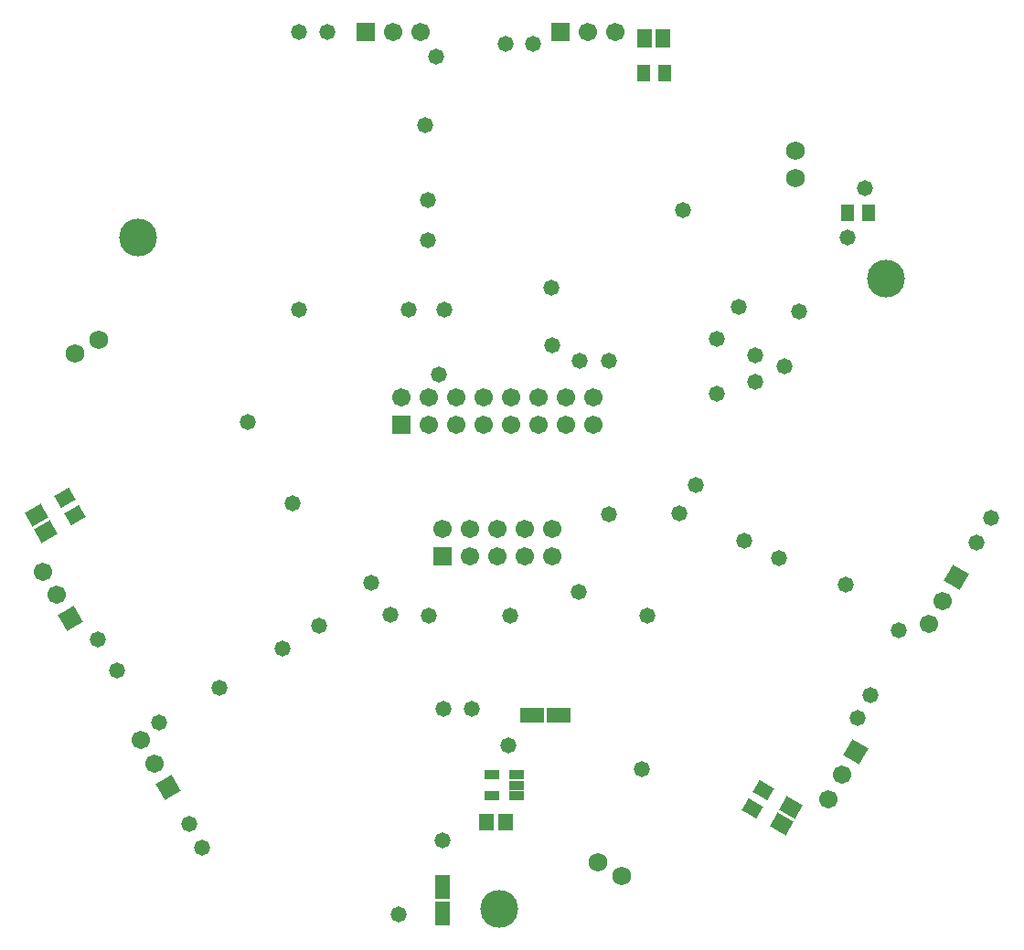
<source format=gbs>
%FSLAX23Y23*%
%MOIN*%
G70*
G01*
G75*
G04 Layer_Color=16711935*
%ADD10R,0.057X0.065*%
G04:AMPARAMS|DCode=11|XSize=14mil|YSize=87mil|CornerRadius=0mil|HoleSize=0mil|Usage=FLASHONLY|Rotation=30.000|XOffset=0mil|YOffset=0mil|HoleType=Round|Shape=Rectangle|*
%AMROTATEDRECTD11*
4,1,4,0.016,-0.041,-0.028,0.034,-0.016,0.041,0.028,-0.034,0.016,-0.041,0.0*
%
%ADD11ROTATEDRECTD11*%

G04:AMPARAMS|DCode=12|XSize=55mil|YSize=47mil|CornerRadius=0mil|HoleSize=0mil|Usage=FLASHONLY|Rotation=210.000|XOffset=0mil|YOffset=0mil|HoleType=Round|Shape=Rectangle|*
%AMROTATEDRECTD12*
4,1,4,0.012,0.034,0.036,-0.007,-0.012,-0.034,-0.036,0.007,0.012,0.034,0.0*
%
%ADD12ROTATEDRECTD12*%

G04:AMPARAMS|DCode=13|XSize=12mil|YSize=35mil|CornerRadius=0mil|HoleSize=0mil|Usage=FLASHONLY|Rotation=30.000|XOffset=0mil|YOffset=0mil|HoleType=Round|Shape=Rectangle|*
%AMROTATEDRECTD13*
4,1,4,0.004,-0.018,-0.014,0.012,-0.004,0.018,0.014,-0.012,0.004,-0.018,0.0*
%
%ADD13ROTATEDRECTD13*%

G04:AMPARAMS|DCode=14|XSize=47mil|YSize=31mil|CornerRadius=0mil|HoleSize=0mil|Usage=FLASHONLY|Rotation=210.000|XOffset=0mil|YOffset=0mil|HoleType=Round|Shape=Rectangle|*
%AMROTATEDRECTD14*
4,1,4,0.013,0.025,0.028,-0.002,-0.013,-0.025,-0.028,0.002,0.013,0.025,0.0*
%
%ADD14ROTATEDRECTD14*%

G04:AMPARAMS|DCode=15|XSize=53mil|YSize=41mil|CornerRadius=0mil|HoleSize=0mil|Usage=FLASHONLY|Rotation=210.000|XOffset=0mil|YOffset=0mil|HoleType=Round|Shape=Rectangle|*
%AMROTATEDRECTD15*
4,1,4,0.013,0.031,0.033,-0.005,-0.013,-0.031,-0.033,0.005,0.013,0.031,0.0*
%
%ADD15ROTATEDRECTD15*%

G04:AMPARAMS|DCode=16|XSize=59mil|YSize=49mil|CornerRadius=0mil|HoleSize=0mil|Usage=FLASHONLY|Rotation=210.000|XOffset=0mil|YOffset=0mil|HoleType=Round|Shape=Rectangle|*
%AMROTATEDRECTD16*
4,1,4,0.013,0.036,0.038,-0.007,-0.013,-0.036,-0.038,0.007,0.013,0.036,0.0*
%
%ADD16ROTATEDRECTD16*%

G04:AMPARAMS|DCode=17|XSize=59mil|YSize=49mil|CornerRadius=0mil|HoleSize=0mil|Usage=FLASHONLY|Rotation=300.000|XOffset=0mil|YOffset=0mil|HoleType=Round|Shape=Rectangle|*
%AMROTATEDRECTD17*
4,1,4,-0.036,0.013,0.007,0.038,0.036,-0.013,-0.007,-0.038,-0.036,0.013,0.0*
%
%ADD17ROTATEDRECTD17*%

%ADD18R,0.055X0.047*%
G04:AMPARAMS|DCode=19|XSize=55mil|YSize=47mil|CornerRadius=0mil|HoleSize=0mil|Usage=FLASHONLY|Rotation=120.000|XOffset=0mil|YOffset=0mil|HoleType=Round|Shape=Rectangle|*
%AMROTATEDRECTD19*
4,1,4,0.034,-0.012,-0.007,-0.036,-0.034,0.012,0.007,0.036,0.034,-0.012,0.0*
%
%ADD19ROTATEDRECTD19*%

G04:AMPARAMS|DCode=20|XSize=55mil|YSize=47mil|CornerRadius=0mil|HoleSize=0mil|Usage=FLASHONLY|Rotation=240.000|XOffset=0mil|YOffset=0mil|HoleType=Round|Shape=Rectangle|*
%AMROTATEDRECTD20*
4,1,4,-0.007,0.036,0.034,0.012,0.007,-0.036,-0.034,-0.012,-0.007,0.036,0.0*
%
%ADD20ROTATEDRECTD20*%

%ADD21R,0.047X0.055*%
G04:AMPARAMS|DCode=22|XSize=55mil|YSize=47mil|CornerRadius=0mil|HoleSize=0mil|Usage=FLASHONLY|Rotation=330.000|XOffset=0mil|YOffset=0mil|HoleType=Round|Shape=Rectangle|*
%AMROTATEDRECTD22*
4,1,4,-0.036,-0.007,-0.012,0.034,0.036,0.007,0.012,-0.034,-0.036,-0.007,0.0*
%
%ADD22ROTATEDRECTD22*%

%ADD23R,0.035X0.012*%
G04:AMPARAMS|DCode=24|XSize=12mil|YSize=35mil|CornerRadius=0mil|HoleSize=0mil|Usage=FLASHONLY|Rotation=150.000|XOffset=0mil|YOffset=0mil|HoleType=Round|Shape=Rectangle|*
%AMROTATEDRECTD24*
4,1,4,0.014,0.012,-0.004,-0.018,-0.014,-0.012,0.004,0.018,0.014,0.012,0.0*
%
%ADD24ROTATEDRECTD24*%

%ADD25R,0.053X0.041*%
G04:AMPARAMS|DCode=26|XSize=53mil|YSize=41mil|CornerRadius=0mil|HoleSize=0mil|Usage=FLASHONLY|Rotation=120.000|XOffset=0mil|YOffset=0mil|HoleType=Round|Shape=Rectangle|*
%AMROTATEDRECTD26*
4,1,4,0.031,-0.013,-0.005,-0.033,-0.031,0.013,0.005,0.033,0.031,-0.013,0.0*
%
%ADD26ROTATEDRECTD26*%

G04:AMPARAMS|DCode=27|XSize=53mil|YSize=41mil|CornerRadius=0mil|HoleSize=0mil|Usage=FLASHONLY|Rotation=240.000|XOffset=0mil|YOffset=0mil|HoleType=Round|Shape=Rectangle|*
%AMROTATEDRECTD27*
4,1,4,-0.005,0.033,0.031,0.013,0.005,-0.033,-0.031,-0.013,-0.005,0.033,0.0*
%
%ADD27ROTATEDRECTD27*%

%ADD28R,0.047X0.031*%
G04:AMPARAMS|DCode=29|XSize=47mil|YSize=31mil|CornerRadius=0mil|HoleSize=0mil|Usage=FLASHONLY|Rotation=300.000|XOffset=0mil|YOffset=0mil|HoleType=Round|Shape=Rectangle|*
%AMROTATEDRECTD29*
4,1,4,-0.025,0.013,0.002,0.028,0.025,-0.013,-0.002,-0.028,-0.025,0.013,0.0*
%
%ADD29ROTATEDRECTD29*%

G04:AMPARAMS|DCode=30|XSize=47mil|YSize=31mil|CornerRadius=0mil|HoleSize=0mil|Usage=FLASHONLY|Rotation=60.000|XOffset=0mil|YOffset=0mil|HoleType=Round|Shape=Rectangle|*
%AMROTATEDRECTD30*
4,1,4,0.002,-0.028,-0.025,-0.013,-0.002,0.028,0.025,0.013,0.002,-0.028,0.0*
%
%ADD30ROTATEDRECTD30*%

%ADD31R,0.059X0.049*%
%ADD32R,0.049X0.059*%
G04:AMPARAMS|DCode=33|XSize=59mil|YSize=49mil|CornerRadius=0mil|HoleSize=0mil|Usage=FLASHONLY|Rotation=60.000|XOffset=0mil|YOffset=0mil|HoleType=Round|Shape=Rectangle|*
%AMROTATEDRECTD33*
4,1,4,0.007,-0.038,-0.036,-0.013,-0.007,0.038,0.036,0.013,0.007,-0.038,0.0*
%
%ADD33ROTATEDRECTD33*%

G04:AMPARAMS|DCode=34|XSize=59mil|YSize=49mil|CornerRadius=0mil|HoleSize=0mil|Usage=FLASHONLY|Rotation=150.000|XOffset=0mil|YOffset=0mil|HoleType=Round|Shape=Rectangle|*
%AMROTATEDRECTD34*
4,1,4,0.038,0.007,0.013,-0.036,-0.038,-0.007,-0.013,0.036,0.038,0.007,0.0*
%
%ADD34ROTATEDRECTD34*%

%ADD35R,0.087X0.014*%
G04:AMPARAMS|DCode=36|XSize=14mil|YSize=87mil|CornerRadius=0mil|HoleSize=0mil|Usage=FLASHONLY|Rotation=150.000|XOffset=0mil|YOffset=0mil|HoleType=Round|Shape=Rectangle|*
%AMROTATEDRECTD36*
4,1,4,0.028,0.034,-0.016,-0.041,-0.028,-0.034,0.016,0.041,0.028,0.034,0.0*
%
%ADD36ROTATEDRECTD36*%

G04:AMPARAMS|DCode=37|XSize=47mil|YSize=31mil|CornerRadius=0mil|HoleSize=0mil|Usage=FLASHONLY|Rotation=330.000|XOffset=0mil|YOffset=0mil|HoleType=Round|Shape=Rectangle|*
%AMROTATEDRECTD37*
4,1,4,-0.028,-0.002,-0.013,0.025,0.028,0.002,0.013,-0.025,-0.028,-0.002,0.0*
%
%ADD37ROTATEDRECTD37*%

G04:AMPARAMS|DCode=38|XSize=53mil|YSize=41mil|CornerRadius=0mil|HoleSize=0mil|Usage=FLASHONLY|Rotation=330.000|XOffset=0mil|YOffset=0mil|HoleType=Round|Shape=Rectangle|*
%AMROTATEDRECTD38*
4,1,4,-0.033,-0.005,-0.013,0.031,0.033,0.005,0.013,-0.031,-0.033,-0.005,0.0*
%
%ADD38ROTATEDRECTD38*%

%ADD39R,0.031X0.047*%
%ADD40R,0.041X0.053*%
%ADD41C,0.010*%
%ADD42C,0.130*%
%ADD43C,0.060*%
%ADD44P,0.084X4X165.0*%
%ADD45C,0.059*%
%ADD46R,0.059X0.059*%
%ADD47P,0.084X4X285.0*%
%ADD48C,0.050*%
%ADD49R,0.045X0.024*%
%ADD50R,0.077X0.049*%
%ADD51R,0.049X0.077*%
%ADD52C,0.024*%
%ADD53C,0.010*%
%ADD54C,0.008*%
%ADD55C,0.008*%
%ADD56R,0.065X0.073*%
G04:AMPARAMS|DCode=57|XSize=22mil|YSize=95mil|CornerRadius=0mil|HoleSize=0mil|Usage=FLASHONLY|Rotation=30.000|XOffset=0mil|YOffset=0mil|HoleType=Round|Shape=Rectangle|*
%AMROTATEDRECTD57*
4,1,4,0.014,-0.046,-0.033,0.036,-0.014,0.046,0.033,-0.036,0.014,-0.046,0.0*
%
%ADD57ROTATEDRECTD57*%

G04:AMPARAMS|DCode=58|XSize=63mil|YSize=55mil|CornerRadius=0mil|HoleSize=0mil|Usage=FLASHONLY|Rotation=210.000|XOffset=0mil|YOffset=0mil|HoleType=Round|Shape=Rectangle|*
%AMROTATEDRECTD58*
4,1,4,0.014,0.040,0.041,-0.008,-0.014,-0.040,-0.041,0.008,0.014,0.040,0.0*
%
%ADD58ROTATEDRECTD58*%

G04:AMPARAMS|DCode=59|XSize=20mil|YSize=43mil|CornerRadius=0mil|HoleSize=0mil|Usage=FLASHONLY|Rotation=30.000|XOffset=0mil|YOffset=0mil|HoleType=Round|Shape=Rectangle|*
%AMROTATEDRECTD59*
4,1,4,0.002,-0.024,-0.019,0.014,-0.002,0.024,0.019,-0.014,0.002,-0.024,0.0*
%
%ADD59ROTATEDRECTD59*%

G04:AMPARAMS|DCode=60|XSize=55mil|YSize=39mil|CornerRadius=0mil|HoleSize=0mil|Usage=FLASHONLY|Rotation=210.000|XOffset=0mil|YOffset=0mil|HoleType=Round|Shape=Rectangle|*
%AMROTATEDRECTD60*
4,1,4,0.014,0.031,0.034,-0.003,-0.014,-0.031,-0.034,0.003,0.014,0.031,0.0*
%
%ADD60ROTATEDRECTD60*%

G04:AMPARAMS|DCode=61|XSize=61mil|YSize=49mil|CornerRadius=0mil|HoleSize=0mil|Usage=FLASHONLY|Rotation=210.000|XOffset=0mil|YOffset=0mil|HoleType=Round|Shape=Rectangle|*
%AMROTATEDRECTD61*
4,1,4,0.014,0.037,0.039,-0.006,-0.014,-0.037,-0.039,0.006,0.014,0.037,0.0*
%
%ADD61ROTATEDRECTD61*%

G04:AMPARAMS|DCode=62|XSize=67mil|YSize=57mil|CornerRadius=0mil|HoleSize=0mil|Usage=FLASHONLY|Rotation=210.000|XOffset=0mil|YOffset=0mil|HoleType=Round|Shape=Rectangle|*
%AMROTATEDRECTD62*
4,1,4,0.015,0.042,0.043,-0.008,-0.015,-0.042,-0.043,0.008,0.015,0.042,0.0*
%
%ADD62ROTATEDRECTD62*%

G04:AMPARAMS|DCode=63|XSize=67mil|YSize=57mil|CornerRadius=0mil|HoleSize=0mil|Usage=FLASHONLY|Rotation=300.000|XOffset=0mil|YOffset=0mil|HoleType=Round|Shape=Rectangle|*
%AMROTATEDRECTD63*
4,1,4,-0.042,0.015,0.008,0.043,0.042,-0.015,-0.008,-0.043,-0.042,0.015,0.0*
%
%ADD63ROTATEDRECTD63*%

%ADD64R,0.063X0.055*%
G04:AMPARAMS|DCode=65|XSize=63mil|YSize=55mil|CornerRadius=0mil|HoleSize=0mil|Usage=FLASHONLY|Rotation=120.000|XOffset=0mil|YOffset=0mil|HoleType=Round|Shape=Rectangle|*
%AMROTATEDRECTD65*
4,1,4,0.040,-0.014,-0.008,-0.041,-0.040,0.014,0.008,0.041,0.040,-0.014,0.0*
%
%ADD65ROTATEDRECTD65*%

G04:AMPARAMS|DCode=66|XSize=63mil|YSize=55mil|CornerRadius=0mil|HoleSize=0mil|Usage=FLASHONLY|Rotation=240.000|XOffset=0mil|YOffset=0mil|HoleType=Round|Shape=Rectangle|*
%AMROTATEDRECTD66*
4,1,4,-0.008,0.041,0.040,0.014,0.008,-0.041,-0.040,-0.014,-0.008,0.041,0.0*
%
%ADD66ROTATEDRECTD66*%

%ADD67R,0.055X0.063*%
G04:AMPARAMS|DCode=68|XSize=63mil|YSize=55mil|CornerRadius=0mil|HoleSize=0mil|Usage=FLASHONLY|Rotation=330.000|XOffset=0mil|YOffset=0mil|HoleType=Round|Shape=Rectangle|*
%AMROTATEDRECTD68*
4,1,4,-0.041,-0.008,-0.014,0.040,0.041,0.008,0.014,-0.040,-0.041,-0.008,0.0*
%
%ADD68ROTATEDRECTD68*%

%ADD69R,0.043X0.020*%
G04:AMPARAMS|DCode=70|XSize=20mil|YSize=43mil|CornerRadius=0mil|HoleSize=0mil|Usage=FLASHONLY|Rotation=150.000|XOffset=0mil|YOffset=0mil|HoleType=Round|Shape=Rectangle|*
%AMROTATEDRECTD70*
4,1,4,0.019,0.014,-0.002,-0.024,-0.019,-0.014,0.002,0.024,0.019,0.014,0.0*
%
%ADD70ROTATEDRECTD70*%

%ADD71R,0.061X0.049*%
G04:AMPARAMS|DCode=72|XSize=61mil|YSize=49mil|CornerRadius=0mil|HoleSize=0mil|Usage=FLASHONLY|Rotation=120.000|XOffset=0mil|YOffset=0mil|HoleType=Round|Shape=Rectangle|*
%AMROTATEDRECTD72*
4,1,4,0.037,-0.014,-0.006,-0.039,-0.037,0.014,0.006,0.039,0.037,-0.014,0.0*
%
%ADD72ROTATEDRECTD72*%

G04:AMPARAMS|DCode=73|XSize=61mil|YSize=49mil|CornerRadius=0mil|HoleSize=0mil|Usage=FLASHONLY|Rotation=240.000|XOffset=0mil|YOffset=0mil|HoleType=Round|Shape=Rectangle|*
%AMROTATEDRECTD73*
4,1,4,-0.006,0.039,0.037,0.014,0.006,-0.039,-0.037,-0.014,-0.006,0.039,0.0*
%
%ADD73ROTATEDRECTD73*%

%ADD74R,0.055X0.039*%
G04:AMPARAMS|DCode=75|XSize=55mil|YSize=39mil|CornerRadius=0mil|HoleSize=0mil|Usage=FLASHONLY|Rotation=300.000|XOffset=0mil|YOffset=0mil|HoleType=Round|Shape=Rectangle|*
%AMROTATEDRECTD75*
4,1,4,-0.031,0.014,0.003,0.034,0.031,-0.014,-0.003,-0.034,-0.031,0.014,0.0*
%
%ADD75ROTATEDRECTD75*%

G04:AMPARAMS|DCode=76|XSize=55mil|YSize=39mil|CornerRadius=0mil|HoleSize=0mil|Usage=FLASHONLY|Rotation=60.000|XOffset=0mil|YOffset=0mil|HoleType=Round|Shape=Rectangle|*
%AMROTATEDRECTD76*
4,1,4,0.003,-0.034,-0.031,-0.014,-0.003,0.034,0.031,0.014,0.003,-0.034,0.0*
%
%ADD76ROTATEDRECTD76*%

%ADD77R,0.067X0.057*%
%ADD78R,0.057X0.067*%
G04:AMPARAMS|DCode=79|XSize=67mil|YSize=57mil|CornerRadius=0mil|HoleSize=0mil|Usage=FLASHONLY|Rotation=60.000|XOffset=0mil|YOffset=0mil|HoleType=Round|Shape=Rectangle|*
%AMROTATEDRECTD79*
4,1,4,0.008,-0.043,-0.042,-0.015,-0.008,0.043,0.042,0.015,0.008,-0.043,0.0*
%
%ADD79ROTATEDRECTD79*%

G04:AMPARAMS|DCode=80|XSize=67mil|YSize=57mil|CornerRadius=0mil|HoleSize=0mil|Usage=FLASHONLY|Rotation=150.000|XOffset=0mil|YOffset=0mil|HoleType=Round|Shape=Rectangle|*
%AMROTATEDRECTD80*
4,1,4,0.043,0.008,0.015,-0.042,-0.043,-0.008,-0.015,0.042,0.043,0.008,0.0*
%
%ADD80ROTATEDRECTD80*%

%ADD81R,0.095X0.022*%
G04:AMPARAMS|DCode=82|XSize=22mil|YSize=95mil|CornerRadius=0mil|HoleSize=0mil|Usage=FLASHONLY|Rotation=150.000|XOffset=0mil|YOffset=0mil|HoleType=Round|Shape=Rectangle|*
%AMROTATEDRECTD82*
4,1,4,0.033,0.036,-0.014,-0.046,-0.033,-0.036,0.014,0.046,0.033,0.036,0.0*
%
%ADD82ROTATEDRECTD82*%

G04:AMPARAMS|DCode=83|XSize=55mil|YSize=39mil|CornerRadius=0mil|HoleSize=0mil|Usage=FLASHONLY|Rotation=330.000|XOffset=0mil|YOffset=0mil|HoleType=Round|Shape=Rectangle|*
%AMROTATEDRECTD83*
4,1,4,-0.034,-0.003,-0.014,0.031,0.034,0.003,0.014,-0.031,-0.034,-0.003,0.0*
%
%ADD83ROTATEDRECTD83*%

G04:AMPARAMS|DCode=84|XSize=61mil|YSize=49mil|CornerRadius=0mil|HoleSize=0mil|Usage=FLASHONLY|Rotation=330.000|XOffset=0mil|YOffset=0mil|HoleType=Round|Shape=Rectangle|*
%AMROTATEDRECTD84*
4,1,4,-0.039,-0.006,-0.014,0.037,0.039,0.006,0.014,-0.037,-0.039,-0.006,0.0*
%
%ADD84ROTATEDRECTD84*%

%ADD85R,0.039X0.055*%
%ADD86R,0.049X0.061*%
%ADD87C,0.138*%
%ADD88C,0.068*%
%ADD89P,0.095X4X165.0*%
%ADD90C,0.067*%
%ADD91R,0.067X0.067*%
%ADD92P,0.095X4X285.0*%
%ADD93C,0.058*%
%ADD94R,0.053X0.032*%
%ADD95R,0.085X0.057*%
%ADD96R,0.057X0.085*%
D61*
X9093Y2920D02*
D03*
X9131Y2854D02*
D03*
D62*
X8988Y2855D02*
D03*
X9022Y2795D02*
D03*
D67*
X10630Y1735D02*
D03*
X10700D02*
D03*
D78*
X11206Y4595D02*
D03*
X11274Y4595D02*
D03*
D80*
X11740Y1788D02*
D03*
X11706Y1728D02*
D03*
D84*
X11600Y1784D02*
D03*
X11638Y1851D02*
D03*
D86*
X11202Y4470D02*
D03*
X11278Y4470D02*
D03*
X11947Y3960D02*
D03*
X12023Y3960D02*
D03*
D87*
X10675Y1420D02*
D03*
X12085Y3720D02*
D03*
X9360Y3870D02*
D03*
D88*
X9128Y3445D02*
D03*
X9215Y3495D02*
D03*
X11755Y4185D02*
D03*
X11755Y4085D02*
D03*
X11122Y1540D02*
D03*
X11035Y1590D02*
D03*
D89*
X9469Y1862D02*
D03*
X9114Y2477D02*
D03*
D90*
X9419Y1949D02*
D03*
X9369Y2036D02*
D03*
X10870Y2805D02*
D03*
Y2705D02*
D03*
X10770Y2805D02*
D03*
Y2705D02*
D03*
X10670Y2805D02*
D03*
Y2705D02*
D03*
X10570Y2805D02*
D03*
Y2705D02*
D03*
X10470Y2805D02*
D03*
X10320Y3285D02*
D03*
X10420Y3185D02*
D03*
Y3285D02*
D03*
X10520Y3185D02*
D03*
X10520Y3285D02*
D03*
X10620Y3185D02*
D03*
X10620Y3285D02*
D03*
X10720Y3185D02*
D03*
X10720Y3285D02*
D03*
X10820Y3185D02*
D03*
X10820Y3285D02*
D03*
X10920Y3185D02*
D03*
X10920Y3285D02*
D03*
X11020Y3185D02*
D03*
X11020Y3285D02*
D03*
X11100Y4620D02*
D03*
X11000Y4620D02*
D03*
X10390Y4620D02*
D03*
X10290D02*
D03*
X9014Y2650D02*
D03*
X9064Y2564D02*
D03*
X11875Y1820D02*
D03*
X11925Y1907D02*
D03*
X12243Y2457D02*
D03*
X12293Y2543D02*
D03*
D91*
X10470Y2705D02*
D03*
X10320Y3185D02*
D03*
X10900Y4620D02*
D03*
X10190D02*
D03*
D92*
X11975Y1993D02*
D03*
X12343Y2630D02*
D03*
D93*
X11550Y3615D02*
D03*
X11610Y3440D02*
D03*
X11945Y3870D02*
D03*
X12010Y4050D02*
D03*
X9593Y1642D02*
D03*
X10472Y2149D02*
D03*
X10278Y2491D02*
D03*
X10210Y2608D02*
D03*
X10715Y2490D02*
D03*
X10965Y2575D02*
D03*
X11075Y2860D02*
D03*
X11333Y2861D02*
D03*
X11393Y2964D02*
D03*
X12471Y2844D02*
D03*
X11610Y3341D02*
D03*
X10710Y2015D02*
D03*
X9886Y2369D02*
D03*
X9922Y2898D02*
D03*
X9214Y2403D02*
D03*
X9283Y2289D02*
D03*
X9437Y2098D02*
D03*
X12132Y2434D02*
D03*
X10445Y4530D02*
D03*
X12415Y2755D02*
D03*
X12030Y2198D02*
D03*
X10050Y4620D02*
D03*
X10700Y4575D02*
D03*
X10800D02*
D03*
X11571Y2763D02*
D03*
X11695Y2698D02*
D03*
X10018Y2451D02*
D03*
X11940Y2602D02*
D03*
X9657Y2225D02*
D03*
X10405Y4280D02*
D03*
X10415Y4005D02*
D03*
Y3860D02*
D03*
X10865Y3685D02*
D03*
X10345Y3605D02*
D03*
X10475D02*
D03*
X9546Y1728D02*
D03*
X11983Y2116D02*
D03*
X9945Y4620D02*
D03*
Y3605D02*
D03*
X10470Y1670D02*
D03*
X10420Y2490D02*
D03*
X10310Y1400D02*
D03*
X9760Y3195D02*
D03*
X11470Y3300D02*
D03*
Y3500D02*
D03*
X11075Y3420D02*
D03*
X10970D02*
D03*
X11770Y3600D02*
D03*
X11195Y1930D02*
D03*
X11217Y2489D02*
D03*
X11345Y3970D02*
D03*
X10455Y3370D02*
D03*
X10575Y2150D02*
D03*
X10870Y3475D02*
D03*
X11715Y3400D02*
D03*
D94*
X10649Y1907D02*
D03*
Y1833D02*
D03*
X10741D02*
D03*
Y1870D02*
D03*
Y1907D02*
D03*
D95*
X10797Y2125D02*
D03*
X10893Y2125D02*
D03*
D96*
X10470Y1498D02*
D03*
Y1402D02*
D03*
M02*

</source>
